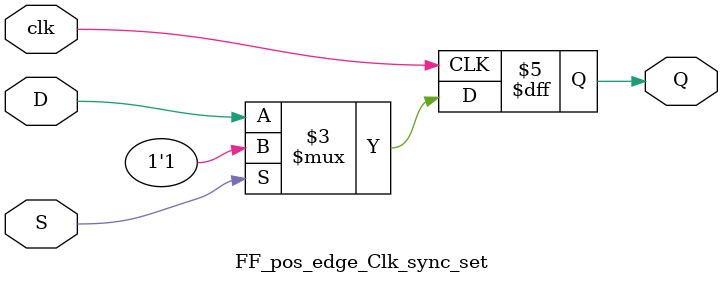
<source format=v>
`timescale 1ns / 1ps
module FF_pos_edge_Clk_sync_set(
    input D,
    input S,
    input clk,
    output Q
    );
	 
	 reg Q;
	 always @ (posedge clk) begin
	 if (S)
		Q <= 1'b1;
	 else
		Q <= D;
	 end

endmodule

</source>
